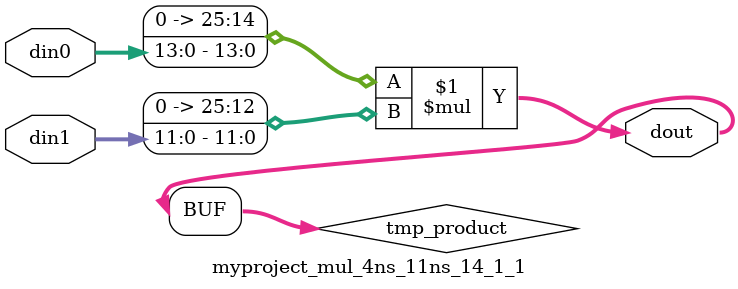
<source format=v>

`timescale 1 ns / 1 ps

 module myproject_mul_4ns_11ns_14_1_1(din0, din1, dout);
parameter ID = 1;
parameter NUM_STAGE = 0;
parameter din0_WIDTH = 14;
parameter din1_WIDTH = 12;
parameter dout_WIDTH = 26;

input [din0_WIDTH - 1 : 0] din0; 
input [din1_WIDTH - 1 : 0] din1; 
output [dout_WIDTH - 1 : 0] dout;

wire signed [dout_WIDTH - 1 : 0] tmp_product;
























assign tmp_product = $signed({1'b0, din0}) * $signed({1'b0, din1});











assign dout = tmp_product;





















endmodule

</source>
